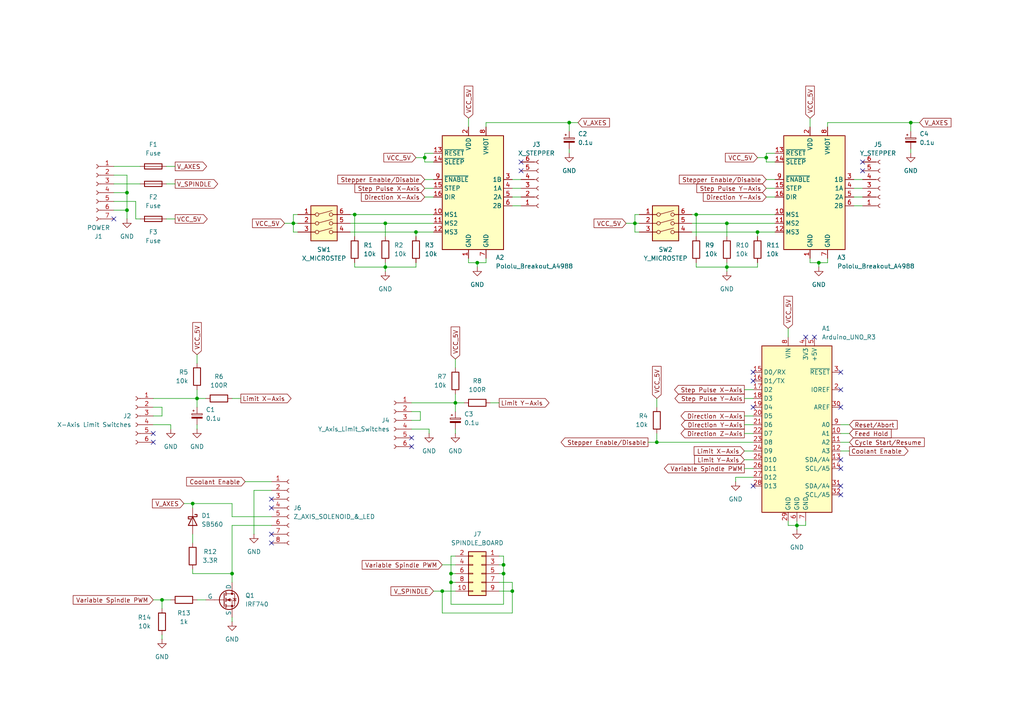
<source format=kicad_sch>
(kicad_sch (version 20250114) (generator "eeschema") (generator_version "9.0")
  (paper "A4")
  (title_block (title "LPKF ProtoMat 42S GRBL Controller Board") (rev "1") (company "Nicolas Jimenez Perez"))
  (lib_symbols
    (symbol "Connector:Conn_01x06_Socket" (pin_names (offset 1.016) (hide yes))
      (property "Reference" "J" (at 0 7.62 0))
      (property "Value" "Conn_01x06_Socket" (at 0 -10.16 0))
      (symbol "Conn_01x06_Socket_1_1"
        (polyline (pts (xy -1.27 5.08) (xy -0.508 5.08)) (stroke (width 0.1524)))
        (polyline (pts (xy -1.27 2.54) (xy -0.508 2.54)) (stroke (width 0.1524)))
        (polyline (pts (xy -1.27 0) (xy -0.508 0)) (stroke (width 0.1524)))
        (polyline (pts (xy -1.27 -2.54) (xy -0.508 -2.54)) (stroke (width 0.1524)))
        (polyline (pts (xy -1.27 -5.08) (xy -0.508 -5.08)) (stroke (width 0.1524)))
        (polyline (pts (xy -1.27 -7.62) (xy -0.508 -7.62)) (stroke (width 0.1524)))
        (arc (start 0 4.572) (mid -0.5058 5.08) (end 0 5.588) (stroke (width 0.1524)))
        (arc (start 0 2.032) (mid -0.5058 2.54) (end 0 3.048) (stroke (width 0.1524)))
        (arc (start 0 -0.508) (mid -0.5058 0) (end 0 0.508) (stroke (width 0.1524)))
        (arc (start 0 -3.048) (mid -0.5058 -2.54) (end 0 -2.032) (stroke (width 0.1524)))
        (arc (start 0 -5.588) (mid -0.5058 -5.08) (end 0 -4.572) (stroke (width 0.1524)))
        (arc (start 0 -8.128) (mid -0.5058 -7.62) (end 0 -7.112) (stroke (width 0.1524)))
        (pin passive line (at -5.08 5.08 0) (length 3.81) (name "Pin_1") (number "1"))
        (pin passive line (at -5.08 2.54 0) (length 3.81) (name "Pin_2") (number "2"))
        (pin passive line (at -5.08 0 0) (length 3.81) (name "Pin_3") (number "3"))
        (pin passive line (at -5.08 -2.54 0) (length 3.81) (name "Pin_4") (number "4"))
        (pin passive line (at -5.08 -5.08 0) (length 3.81) (name "Pin_5") (number "5"))
        (pin passive line (at -5.08 -7.62 0) (length 3.81) (name "Pin_6") (number "6"))
      )
    )
    (symbol "Connector:Conn_01x07_Socket" (pin_names (offset 1.016) (hide yes))
      (property "Reference" "J" (at 0 10.16 0))
      (property "Value" "Conn_01x07_Socket" (at 0 -10.16 0))
      (symbol "Conn_01x07_Socket_1_1"
        (polyline (pts (xy -1.27 7.62) (xy -0.508 7.62)) (stroke (width 0.1524)))
        (polyline (pts (xy -1.27 5.08) (xy -0.508 5.08)) (stroke (width 0.1524)))
        (polyline (pts (xy -1.27 2.54) (xy -0.508 2.54)) (stroke (width 0.1524)))
        (polyline (pts (xy -1.27 0) (xy -0.508 0)) (stroke (width 0.1524)))
        (polyline (pts (xy -1.27 -2.54) (xy -0.508 -2.54)) (stroke (width 0.1524)))
        (polyline (pts (xy -1.27 -5.08) (xy -0.508 -5.08)) (stroke (width 0.1524)))
        (polyline (pts (xy -1.27 -7.62) (xy -0.508 -7.62)) (stroke (width 0.1524)))
        (arc (start 0 7.112) (mid -0.5058 7.62) (end 0 8.128) (stroke (width 0.1524)))
        (arc (start 0 4.572) (mid -0.5058 5.08) (end 0 5.588) (stroke (width 0.1524)))
        (arc (start 0 2.032) (mid -0.5058 2.54) (end 0 3.048) (stroke (width 0.1524)))
        (arc (start 0 -0.508) (mid -0.5058 0) (end 0 0.508) (stroke (width 0.1524)))
        (arc (start 0 -3.048) (mid -0.5058 -2.54) (end 0 -2.032) (stroke (width 0.1524)))
        (arc (start 0 -5.588) (mid -0.5058 -5.08) (end 0 -4.572) (stroke (width 0.1524)))
        (arc (start 0 -8.128) (mid -0.5058 -7.62) (end 0 -7.112) (stroke (width 0.1524)))
        (pin passive line (at -5.08 7.62 0) (length 3.81) (name "Pin_1") (number "1"))
        (pin passive line (at -5.08 5.08 0) (length 3.81) (name "Pin_2") (number "2"))
        (pin passive line (at -5.08 2.54 0) (length 3.81) (name "Pin_3") (number "3"))
        (pin passive line (at -5.08 0 0) (length 3.81) (name "Pin_4") (number "4"))
        (pin passive line (at -5.08 -2.54 0) (length 3.81) (name "Pin_5") (number "5"))
        (pin passive line (at -5.08 -5.08 0) (length 3.81) (name "Pin_6") (number "6"))
        (pin passive line (at -5.08 -7.62 0) (length 3.81) (name "Pin_7") (number "7"))
      )
    )
    (symbol "Connector:Conn_01x08_Socket" (pin_names (offset 1.016) (hide yes))
      (property "Reference" "J" (at 0 10.16 0))
      (property "Value" "Conn_01x08_Socket" (at 0 -12.7 0))
      (symbol "Conn_01x08_Socket_1_1"
        (polyline (pts (xy -1.27 7.62) (xy -0.508 7.62)) (stroke (width 0.1524)))
        (polyline (pts (xy -1.27 5.08) (xy -0.508 5.08)) (stroke (width 0.1524)))
        (polyline (pts (xy -1.27 2.54) (xy -0.508 2.54)) (stroke (width 0.1524)))
        (polyline (pts (xy -1.27 0) (xy -0.508 0)) (stroke (width 0.1524)))
        (polyline (pts (xy -1.27 -2.54) (xy -0.508 -2.54)) (stroke (width 0.1524)))
        (polyline (pts (xy -1.27 -5.08) (xy -0.508 -5.08)) (stroke (width 0.1524)))
        (polyline (pts (xy -1.27 -7.62) (xy -0.508 -7.62)) (stroke (width 0.1524)))
        (polyline (pts (xy -1.27 -10.16) (xy -0.508 -10.16)) (stroke (width 0.1524)))
        (arc (start 0 7.112) (mid -0.5058 7.62) (end 0 8.128) (stroke (width 0.1524)))
        (arc (start 0 4.572) (mid -0.5058 5.08) (end 0 5.588) (stroke (width 0.1524)))
        (arc (start 0 2.032) (mid -0.5058 2.54) (end 0 3.048) (stroke (width 0.1524)))
        (arc (start 0 -0.508) (mid -0.5058 0) (end 0 0.508) (stroke (width 0.1524)))
        (arc (start 0 -3.048) (mid -0.5058 -2.54) (end 0 -2.032) (stroke (width 0.1524)))
        (arc (start 0 -5.588) (mid -0.5058 -5.08) (end 0 -4.572) (stroke (width 0.1524)))
        (arc (start 0 -8.128) (mid -0.5058 -7.62) (end 0 -7.112) (stroke (width 0.1524)))
        (arc (start 0 -10.668) (mid -0.5058 -10.16) (end 0 -9.652) (stroke (width 0.1524)))
        (pin passive line (at -5.08 7.62 0) (length 3.81) (name "Pin_1") (number "1"))
        (pin passive line (at -5.08 5.08 0) (length 3.81) (name "Pin_2") (number "2"))
        (pin passive line (at -5.08 2.54 0) (length 3.81) (name "Pin_3") (number "3"))
        (pin passive line (at -5.08 0 0) (length 3.81) (name "Pin_4") (number "4"))
        (pin passive line (at -5.08 -2.54 0) (length 3.81) (name "Pin_5") (number "5"))
        (pin passive line (at -5.08 -5.08 0) (length 3.81) (name "Pin_6") (number "6"))
        (pin passive line (at -5.08 -7.62 0) (length 3.81) (name "Pin_7") (number "7"))
        (pin passive line (at -5.08 -10.16 0) (length 3.81) (name "Pin_8") (number "8"))
      )
    )
    (symbol "Connector_Generic:Conn_02x05_Odd_Even" (pin_names (offset 1.016) (hide yes))
      (property "Reference" "J" (at 1.27 7.62 0))
      (property "Value" "Conn_02x05_Odd_Even" (at 1.27 -7.62 0))
      (symbol "Conn_02x05_Odd_Even_1_1"
        (rectangle (start -1.27 6.35) (end 3.81 -6.35) (stroke (width 0.254)) (fill (type background)))
        (rectangle (start -1.27 5.207) (end 0 4.953) (stroke (width 0.1524)))
        (rectangle (start -1.27 2.667) (end 0 2.413) (stroke (width 0.1524)))
        (rectangle (start -1.27 0.127) (end 0 -0.127) (stroke (width 0.1524)))
        (rectangle (start -1.27 -2.413) (end 0 -2.667) (stroke (width 0.1524)))
        (rectangle (start -1.27 -4.953) (end 0 -5.207) (stroke (width 0.1524)))
        (rectangle (start 3.81 5.207) (end 2.54 4.953) (stroke (width 0.1524)))
        (rectangle (start 3.81 2.667) (end 2.54 2.413) (stroke (width 0.1524)))
        (rectangle (start 3.81 0.127) (end 2.54 -0.127) (stroke (width 0.1524)))
        (rectangle (start 3.81 -2.413) (end 2.54 -2.667) (stroke (width 0.1524)))
        (rectangle (start 3.81 -4.953) (end 2.54 -5.207) (stroke (width 0.1524)))
        (pin passive line (at -5.08 5.08 0) (length 3.81) (name "Pin_1") (number "1"))
        (pin passive line (at -5.08 2.54 0) (length 3.81) (name "Pin_3") (number "3"))
        (pin passive line (at -5.08 0 0) (length 3.81) (name "Pin_5") (number "5"))
        (pin passive line (at -5.08 -2.54 0) (length 3.81) (name "Pin_7") (number "7"))
        (pin passive line (at -5.08 -5.08 0) (length 3.81) (name "Pin_9") (number "9"))
        (pin passive line (at 7.62 5.08 180) (length 3.81) (name "Pin_2") (number "2"))
        (pin passive line (at 7.62 2.54 180) (length 3.81) (name "Pin_4") (number "4"))
        (pin passive line (at 7.62 0 180) (length 3.81) (name "Pin_6") (number "6"))
        (pin passive line (at 7.62 -2.54 180) (length 3.81) (name "Pin_8") (number "8"))
        (pin passive line (at 7.62 -5.08 180) (length 3.81) (name "Pin_10") (number "10"))
      )
    )
    (symbol "Device:C_Polarized_Small" (pin_numbers (hide yes)) (pin_names (offset 0.254) (hide yes))
      (property "Reference" "C" (at 0.254 1.778 0))
      (property "Value" "C_Polarized_Small" (at 0.254 -2.032 0))
      (symbol "C_Polarized_Small_0_1"
        (rectangle (start -1.524 0.6858) (end 1.524 0.3048))
        (rectangle (start -1.524 -0.3048) (end 1.524 -0.6858) (fill (type outline)))
        (polyline (pts (xy -1.27 1.524) (xy -0.762 1.524)))
        (polyline (pts (xy -1.016 1.27) (xy -1.016 1.778)))
      )
      (symbol "C_Polarized_Small_1_1"
        (pin passive line (at 0 2.54 270) (length 1.8542) (name "~") (number "1"))
        (pin passive line (at 0 -2.54 90) (length 1.8542) (name "~") (number "2"))
      )
    )
    (symbol "Device:D_Schottky" (pin_numbers (hide yes)) (pin_names (offset 1.016) (hide yes))
      (property "Reference" "D" (at 0 2.54 0))
      (property "Value" "D_Schottky" (at 0 -2.54 0))
      (symbol "D_Schottky_0_1"
        (polyline (pts (xy -1.905 0.635) (xy -1.905 1.27) (xy -1.27 1.27) (xy -1.27 -1.27) (xy -0.635 -1.27) (xy -0.635 -0.635)) (stroke (width 0.254)))
        (polyline (pts (xy 1.27 1.27) (xy 1.27 -1.27) (xy -1.27 0) (xy 1.27 1.27)) (stroke (width 0.254)))
        (polyline (pts (xy 1.27 0) (xy -1.27 0)))
      )
      (symbol "D_Schottky_1_1"
        (pin passive line (at -3.81 0 0) (length 2.54) (name "K") (number "1"))
        (pin passive line (at 3.81 0 180) (length 2.54) (name "A") (number "2"))
      )
    )
    (symbol "Device:Fuse" (pin_numbers (hide yes)) (pin_names (offset 0))
      (property "Reference" "F" (at 2.032 0 90))
      (property "Value" "Fuse" (at -1.905 0 90))
      (symbol "Fuse_0_1"
        (rectangle (start -0.762 -2.54) (end 0.762 2.54) (stroke (width 0.254)))
        (polyline (pts (xy 0 2.54) (xy 0 -2.54)))
      )
      (symbol "Fuse_1_1"
        (pin passive line (at 0 3.81 270) (length 1.27) (name "~") (number "1"))
        (pin passive line (at 0 -3.81 90) (length 1.27) (name "~") (number "2"))
      )
    )
    (symbol "Device:R" (pin_numbers (hide yes)) (pin_names (offset 0))
      (property "Reference" "R" (at 2.032 0 90))
      (property "Value" "R" (at 0 0 90))
      (symbol "R_0_1"
        (rectangle (start -1.016 -2.54) (end 1.016 2.54) (stroke (width 0.254)))
      )
      (symbol "R_1_1"
        (pin passive line (at 0 3.81 270) (length 1.27) (name "~") (number "1"))
        (pin passive line (at 0 -3.81 90) (length 1.27) (name "~") (number "2"))
      )
    )
    (symbol "Driver_Motor:Pololu_Breakout_A4988"
      (property "Reference" "A" (at -2.54 19.05 0))
      (property "Value" "Pololu_Breakout_A4988" (at -2.54 16.51 0))
      (symbol "Pololu_Breakout_A4988_0_1"
        (rectangle (start 10.16 -17.78) (end -7.62 15.24) (stroke (width 0.254)) (fill (type background)))
      )
      (symbol "Pololu_Breakout_A4988_1_1"
        (pin input line (at -10.16 10.16 0) (length 2.54) (name "~{RESET}") (number "13"))
        (pin input line (at -10.16 7.62 0) (length 2.54) (name "~{SLEEP}") (number "14"))
        (pin input line (at -10.16 2.54 0) (length 2.54) (name "~{ENABLE}") (number "9"))
        (pin input line (at -10.16 0 0) (length 2.54) (name "STEP") (number "15"))
        (pin input line (at -10.16 -2.54 0) (length 2.54) (name "DIR") (number "16"))
        (pin input line (at -10.16 -7.62 0) (length 2.54) (name "MS1") (number "10"))
        (pin input line (at -10.16 -10.16 0) (length 2.54) (name "MS2") (number "11"))
        (pin input line (at -10.16 -12.7 0) (length 2.54) (name "MS3") (number "12"))
        (pin power_in line (at 0 17.78 270) (length 2.54) (name "VDD") (number "2"))
        (pin power_in line (at 0 -20.32 90) (length 2.54) (name "GND") (number "1"))
        (pin power_in line (at 5.08 17.78 270) (length 2.54) (name "VMOT") (number "8"))
        (pin power_in line (at 5.08 -20.32 90) (length 2.54) (name "GND") (number "7"))
        (pin output line (at 12.7 2.54 180) (length 2.54) (name "1B") (number "3"))
        (pin output line (at 12.7 0 180) (length 2.54) (name "1A") (number "4"))
        (pin output line (at 12.7 -2.54 180) (length 2.54) (name "2A") (number "5"))
        (pin output line (at 12.7 -5.08 180) (length 2.54) (name "2B") (number "6"))
      )
    )
    (symbol "MCU_Module:Arduino_UNO_R3"
      (property "Reference" "A" (at -10.16 23.495 0))
      (property "Value" "Arduino_UNO_R3" (at 5.08 -26.67 0))
      (symbol "Arduino_UNO_R3_0_1"
        (rectangle (start -10.16 22.86) (end 10.16 -25.4) (stroke (width 0.254)) (fill (type background)))
      )
      (symbol "Arduino_UNO_R3_1_1"
        (pin bidirectional line (at -12.7 15.24 0) (length 2.54) (name "D0/RX") (number "15"))
        (pin bidirectional line (at -12.7 12.7 0) (length 2.54) (name "D1/TX") (number "16"))
        (pin bidirectional line (at -12.7 10.16 0) (length 2.54) (name "D2") (number "17"))
        (pin bidirectional line (at -12.7 7.62 0) (length 2.54) (name "D3") (number "18"))
        (pin bidirectional line (at -12.7 5.08 0) (length 2.54) (name "D4") (number "19"))
        (pin bidirectional line (at -12.7 2.54 0) (length 2.54) (name "D5") (number "20"))
        (pin bidirectional line (at -12.7 0 0) (length 2.54) (name "D6") (number "21"))
        (pin bidirectional line (at -12.7 -2.54 0) (length 2.54) (name "D7") (number "22"))
        (pin bidirectional line (at -12.7 -5.08 0) (length 2.54) (name "D8") (number "23"))
        (pin bidirectional line (at -12.7 -7.62 0) (length 2.54) (name "D9") (number "24"))
        (pin bidirectional line (at -12.7 -10.16 0) (length 2.54) (name "D10") (number "25"))
        (pin bidirectional line (at -12.7 -12.7 0) (length 2.54) (name "D11") (number "26"))
        (pin bidirectional line (at -12.7 -15.24 0) (length 2.54) (name "D12") (number "27"))
        (pin bidirectional line (at -12.7 -17.78 0) (length 2.54) (name "D13") (number "28"))
        (pin no_connect line (at -10.16 -20.32 0) (length 2.54) (hide yes) (name "NC") (number "1"))
        (pin power_in line (at -2.54 25.4 270) (length 2.54) (name "VIN") (number "8"))
        (pin power_in line (at -2.54 -27.94 90) (length 2.54) (name "GND") (number "29"))
        (pin power_in line (at 0 -27.94 90) (length 2.54) (name "GND") (number "6"))
        (pin power_out line (at 2.54 25.4 270) (length 2.54) (name "3V3") (number "4"))
        (pin power_in line (at 2.54 -27.94 90) (length 2.54) (name "GND") (number "7"))
        (pin power_out line (at 5.08 25.4 270) (length 2.54) (name "+5V") (number "5"))
        (pin input line (at 12.7 15.24 180) (length 2.54) (name "~{RESET}") (number "3"))
        (pin output line (at 12.7 10.16 180) (length 2.54) (name "IOREF") (number "2"))
        (pin input line (at 12.7 5.08 180) (length 2.54) (name "AREF") (number "30"))
        (pin bidirectional line (at 12.7 0 180) (length 2.54) (name "A0") (number "9"))
        (pin bidirectional line (at 12.7 -2.54 180) (length 2.54) (name "A1") (number "10"))
        (pin bidirectional line (at 12.7 -5.08 180) (length 2.54) (name "A2") (number "11"))
        (pin bidirectional line (at 12.7 -7.62 180) (length 2.54) (name "A3") (number "12"))
        (pin bidirectional line (at 12.7 -10.16 180) (length 2.54) (name "SDA/A4") (number "13"))
        (pin bidirectional line (at 12.7 -12.7 180) (length 2.54) (name "SCL/A5") (number "14"))
        (pin bidirectional line (at 12.7 -17.78 180) (length 2.54) (name "SDA/A4") (number "31"))
        (pin bidirectional line (at 12.7 -20.32 180) (length 2.54) (name "SCL/A5") (number "32"))
      )
    )
    (symbol "Simulation_SPICE:NMOS" (pin_numbers (hide yes)) (pin_names (offset 0))
      (property "Reference" "Q" (at 5.08 1.27 0))
      (property "Value" "NMOS" (at 5.08 -1.27 0))
      (symbol "NMOS_0_1"
        (polyline (pts (xy 0.254 1.905) (xy 0.254 -1.905)) (stroke (width 0.254)))
        (polyline (pts (xy 0.254 0) (xy -2.54 0)))
        (polyline (pts (xy 0.762 2.286) (xy 0.762 1.27)) (stroke (width 0.254)))
        (polyline (pts (xy 0.762 0.508) (xy 0.762 -0.508)) (stroke (width 0.254)))
        (polyline (pts (xy 0.762 -1.27) (xy 0.762 -2.286)) (stroke (width 0.254)))
        (polyline (pts (xy 0.762 -1.778) (xy 3.302 -1.778) (xy 3.302 1.778) (xy 0.762 1.778)))
        (polyline (pts (xy 1.016 0) (xy 2.032 0.381) (xy 2.032 -0.381) (xy 1.016 0)) (fill (type outline)))
        (circle (center 1.651 0) (radius 2.794) (stroke (width 0.254)))
        (polyline (pts (xy 2.54 2.54) (xy 2.54 1.778)))
        (circle (center 2.54 1.778) (radius 0.254) (fill (type outline)))
        (circle (center 2.54 -1.778) (radius 0.254) (fill (type outline)))
        (polyline (pts (xy 2.54 -2.54) (xy 2.54 0) (xy 0.762 0)))
        (polyline (pts (xy 2.794 0.508) (xy 2.921 0.381) (xy 3.683 0.381) (xy 3.81 0.254)))
        (polyline (pts (xy 3.302 0.381) (xy 2.921 -0.254) (xy 3.683 -0.254) (xy 3.302 0.381)))
      )
      (symbol "NMOS_1_1"
        (pin input line (at -5.08 0 0) (length 2.54) (name "G") (number "2"))
        (pin passive line (at 2.54 5.08 270) (length 2.54) (name "D") (number "1"))
        (pin passive line (at 2.54 -5.08 90) (length 2.54) (name "S") (number "3"))
      )
    )
    (symbol "Switch:SW_DIP_x03" (pin_names (offset 0) (hide yes))
      (property "Reference" "SW" (at 0 6.35 0))
      (property "Value" "SW_DIP_x03" (at 0 -6.35 0))
      (symbol "SW_DIP_x03_0_0"
        (circle (center -2.032 2.54) (radius 0.508))
        (circle (center -2.032 0) (radius 0.508))
        (circle (center -2.032 -2.54) (radius 0.508))
        (polyline (pts (xy -1.524 2.667) (xy 2.3622 3.7084)))
        (polyline (pts (xy -1.524 0.127) (xy 2.3622 1.1684)))
        (polyline (pts (xy -1.524 -2.413) (xy 2.3622 -1.3716)))
        (circle (center 2.032 2.54) (radius 0.508))
        (circle (center 2.032 0) (radius 0.508))
        (circle (center 2.032 -2.54) (radius 0.508))
      )
      (symbol "SW_DIP_x03_0_1"
        (rectangle (start -3.81 5.08) (end 3.81 -5.08) (stroke (width 0.254)) (fill (type background)))
      )
      (symbol "SW_DIP_x03_1_1"
        (pin passive line (at -7.62 2.54 0) (length 5.08) (name "~") (number "1"))
        (pin passive line (at -7.62 0 0) (length 5.08) (name "~") (number "2"))
        (pin passive line (at -7.62 -2.54 0) (length 5.08) (name "~") (number "3"))
        (pin passive line (at 7.62 2.54 180) (length 5.08) (name "~") (number "6"))
        (pin passive line (at 7.62 0 180) (length 5.08) (name "~") (number "5"))
        (pin passive line (at 7.62 -2.54 180) (length 5.08) (name "~") (number "4"))
      )
    )
    (symbol "power:GND" (power) (pin_numbers (hide yes)) (pin_names (offset 0) (hide yes))
      (property "Value" "GND" (at 0 -3.81 0))
      (symbol "GND_0_1"
        (polyline (pts (xy 0 0) (xy 0 -1.27) (xy 1.27 -1.27) (xy 0 -2.54) (xy -1.27 -1.27) (xy 0 -1.27)))
      )
      (symbol "GND_1_1"
        (pin power_in line (at 0 0 270) (length 0) (name "~") (number "1"))
      )
    )
  )
  (junction (at 67.31 166.37))
  (junction (at 36.83 55.88))
  (junction (at 210.82 77.47))
  (junction (at 219.71 67.31))
  (junction (at 264.16 35.56))
  (junction (at 55.88 146.05))
  (junction (at 85.09 64.77))
  (junction (at 36.83 60.96))
  (junction (at 231.14 152.4))
  (junction (at 46.99 173.99))
  (junction (at 165.1 35.56))
  (junction (at 123.19 45.72))
  (junction (at 120.65 67.31))
  (junction (at 111.76 64.77))
  (junction (at 184.15 64.77))
  (junction (at 237.49 76.2))
  (junction (at 102.87 62.23))
  (junction (at 146.05 163.83))
  (junction (at 57.15 115.57))
  (junction (at 222.25 45.72))
  (junction (at 146.05 166.37))
  (junction (at 190.5 128.27))
  (junction (at 201.93 62.23))
  (junction (at 138.43 76.2))
  (junction (at 130.81 168.91))
  (junction (at 111.76 77.47))
  (junction (at 132.08 116.84))
  (junction (at 128.27 171.45))
  (junction (at 130.81 166.37))
  (junction (at 148.59 171.45))
  (junction (at 210.82 64.77))
  (no_connect (at 243.84 135.89))
  (no_connect (at 78.74 154.94))
  (no_connect (at 243.84 143.51))
  (no_connect (at 78.74 144.78))
  (no_connect (at 243.84 140.97))
  (no_connect (at 33.02 63.5))
  (no_connect (at 243.84 118.11))
  (no_connect (at 218.44 118.11))
  (no_connect (at 243.84 113.03))
  (no_connect (at 44.45 125.73))
  (no_connect (at 218.44 110.49))
  (no_connect (at 78.74 147.32))
  (no_connect (at 250.19 49.53))
  (no_connect (at 218.44 107.95))
  (no_connect (at 218.44 140.97))
  (no_connect (at 243.84 133.35))
  (no_connect (at 233.68 97.79))
  (no_connect (at 78.74 157.48))
  (no_connect (at 119.38 129.54))
  (no_connect (at 243.84 107.95))
  (no_connect (at 151.13 49.53))
  (no_connect (at 151.13 46.99))
  (no_connect (at 119.38 127))
  (no_connect (at 44.45 128.27))
  (no_connect (at 236.22 97.79))
  (no_connect (at 250.19 46.99))
  (wire (pts (xy 67.31 152.4) (xy 78.74 152.4)))
  (wire (pts (xy 59.69 115.57) (xy 57.15 115.57)))
  (wire (pts (xy 165.1 43.18) (xy 165.1 44.45)))
  (wire (pts (xy 144.78 163.83) (xy 146.05 163.83)))
  (wire (pts (xy 240.03 74.93) (xy 240.03 76.2)))
  (wire (pts (xy 215.9 125.73) (xy 218.44 125.73)))
  (wire (pts (xy 123.19 52.07) (xy 125.73 52.07)))
  (wire (pts (xy 55.88 154.94) (xy 55.88 157.48)))
  (wire (pts (xy 123.19 57.15) (xy 125.73 57.15)))
  (wire (pts (xy 128.27 171.45) (xy 128.27 177.8)))
  (wire (pts (xy 140.97 35.56) (xy 140.97 36.83)))
  (wire (pts (xy 190.5 115.57) (xy 190.5 118.11)))
  (wire (pts (xy 128.27 171.45) (xy 132.08 171.45)))
  (wire (pts (xy 73.66 142.24) (xy 73.66 154.94)))
  (wire (pts (xy 125.73 171.45) (xy 128.27 171.45)))
  (wire (pts (xy 215.9 113.03) (xy 218.44 113.03)))
  (wire (pts (xy 44.45 118.11) (xy 46.99 118.11)))
  (wire (pts (xy 222.25 45.72) (xy 219.71 45.72)))
  (wire (pts (xy 165.1 35.56) (xy 165.1 38.1)))
  (wire (pts (xy 185.42 62.23) (xy 184.15 62.23)))
  (wire (pts (xy 85.09 64.77) (xy 86.36 64.77)))
  (wire (pts (xy 36.83 55.88) (xy 36.83 60.96)))
  (wire (pts (xy 228.6 152.4) (xy 228.6 151.13)))
  (wire (pts (xy 231.14 152.4) (xy 231.14 153.67)))
  (wire (pts (xy 123.19 45.72) (xy 123.19 44.45)))
  (wire (pts (xy 36.83 60.96) (xy 36.83 63.5)))
  (wire (pts (xy 85.09 67.31) (xy 86.36 67.31)))
  (wire (pts (xy 119.38 124.46) (xy 124.46 124.46)))
  (wire (pts (xy 228.6 95.25) (xy 228.6 97.79)))
  (wire (pts (xy 69.85 115.57) (xy 67.31 115.57)))
  (wire (pts (xy 224.79 46.99) (xy 222.25 46.99)))
  (wire (pts (xy 184.15 64.77) (xy 184.15 67.31)))
  (wire (pts (xy 132.08 114.3) (xy 132.08 116.84)))
  (wire (pts (xy 201.93 76.2) (xy 201.93 77.47)))
  (wire (pts (xy 233.68 151.13) (xy 233.68 152.4)))
  (wire (pts (xy 67.31 146.05) (xy 67.31 149.86)))
  (wire (pts (xy 243.84 130.81) (xy 246.38 130.81)))
  (wire (pts (xy 44.45 123.19) (xy 49.53 123.19)))
  (wire (pts (xy 48.26 63.5) (xy 50.8 63.5)))
  (wire (pts (xy 132.08 124.46) (xy 132.08 125.73)))
  (wire (pts (xy 125.73 46.99) (xy 123.19 46.99)))
  (wire (pts (xy 101.6 64.77) (xy 111.76 64.77)))
  (wire (pts (xy 39.37 63.5) (xy 40.64 63.5)))
  (wire (pts (xy 140.97 74.93) (xy 140.97 76.2)))
  (wire (pts (xy 48.26 53.34) (xy 50.8 53.34)))
  (wire (pts (xy 134.62 116.84) (xy 132.08 116.84)))
  (wire (pts (xy 184.15 67.31) (xy 185.42 67.31)))
  (wire (pts (xy 144.78 166.37) (xy 146.05 166.37)))
  (wire (pts (xy 138.43 77.47) (xy 138.43 76.2)))
  (wire (pts (xy 243.84 125.73) (xy 246.38 125.73)))
  (wire (pts (xy 101.6 62.23) (xy 102.87 62.23)))
  (wire (pts (xy 200.66 64.77) (xy 210.82 64.77)))
  (wire (pts (xy 111.76 76.2) (xy 111.76 77.47)))
  (wire (pts (xy 222.25 44.45) (xy 224.79 44.45)))
  (wire (pts (xy 111.76 78.74) (xy 111.76 77.47)))
  (wire (pts (xy 250.19 59.69) (xy 247.65 59.69)))
  (wire (pts (xy 119.38 119.38) (xy 121.92 119.38)))
  (wire (pts (xy 46.99 173.99) (xy 46.99 176.53)))
  (wire (pts (xy 190.5 125.73) (xy 190.5 128.27)))
  (wire (pts (xy 57.15 105.41) (xy 57.15 102.87)))
  (wire (pts (xy 124.46 125.73) (xy 124.46 124.46)))
  (wire (pts (xy 123.19 54.61) (xy 125.73 54.61)))
  (wire (pts (xy 237.49 76.2) (xy 234.95 76.2)))
  (wire (pts (xy 86.36 62.23) (xy 85.09 62.23)))
  (wire (pts (xy 151.13 57.15) (xy 148.59 57.15)))
  (wire (pts (xy 44.45 120.65) (xy 46.99 120.65)))
  (wire (pts (xy 39.37 58.42) (xy 33.02 58.42)))
  (wire (pts (xy 123.19 44.45) (xy 125.73 44.45)))
  (wire (pts (xy 215.9 123.19) (xy 218.44 123.19)))
  (wire (pts (xy 119.38 116.84) (xy 132.08 116.84)))
  (wire (pts (xy 55.88 146.05) (xy 67.31 146.05)))
  (wire (pts (xy 33.02 60.96) (xy 36.83 60.96)))
  (wire (pts (xy 130.81 166.37) (xy 130.81 161.29)))
  (wire (pts (xy 165.1 35.56) (xy 140.97 35.56)))
  (wire (pts (xy 264.16 35.56) (xy 240.03 35.56)))
  (wire (pts (xy 231.14 151.13) (xy 231.14 152.4)))
  (wire (pts (xy 36.83 50.8) (xy 33.02 50.8)))
  (wire (pts (xy 148.59 171.45) (xy 148.59 177.8)))
  (wire (pts (xy 215.9 130.81) (xy 218.44 130.81)))
  (wire (pts (xy 130.81 161.29) (xy 132.08 161.29)))
  (wire (pts (xy 119.38 121.92) (xy 121.92 121.92)))
  (wire (pts (xy 151.13 54.61) (xy 148.59 54.61)))
  (wire (pts (xy 57.15 123.19) (xy 57.15 124.46)))
  (wire (pts (xy 215.9 135.89) (xy 218.44 135.89)))
  (wire (pts (xy 44.45 173.99) (xy 46.99 173.99)))
  (wire (pts (xy 222.25 52.07) (xy 224.79 52.07)))
  (wire (pts (xy 123.19 46.99) (xy 123.19 45.72)))
  (wire (pts (xy 184.15 64.77) (xy 185.42 64.77)))
  (wire (pts (xy 102.87 76.2) (xy 102.87 77.47)))
  (wire (pts (xy 201.93 62.23) (xy 224.79 62.23)))
  (wire (pts (xy 215.9 115.57) (xy 218.44 115.57)))
  (wire (pts (xy 102.87 62.23) (xy 125.73 62.23)))
  (wire (pts (xy 130.81 168.91) (xy 132.08 168.91)))
  (wire (pts (xy 237.49 76.2) (xy 240.03 76.2)))
  (wire (pts (xy 201.93 62.23) (xy 201.93 68.58)))
  (wire (pts (xy 184.15 64.77) (xy 184.15 62.23)))
  (wire (pts (xy 57.15 113.03) (xy 57.15 115.57)))
  (wire (pts (xy 135.89 74.93) (xy 135.89 76.2)))
  (wire (pts (xy 138.43 76.2) (xy 140.97 76.2)))
  (wire (pts (xy 181.61 64.77) (xy 184.15 64.77)))
  (wire (pts (xy 120.65 67.31) (xy 125.73 67.31)))
  (wire (pts (xy 46.99 118.11) (xy 46.99 120.65)))
  (wire (pts (xy 210.82 64.77) (xy 210.82 68.58)))
  (wire (pts (xy 55.88 166.37) (xy 55.88 165.1)))
  (wire (pts (xy 85.09 64.77) (xy 85.09 62.23)))
  (wire (pts (xy 144.78 116.84) (xy 142.24 116.84)))
  (wire (pts (xy 135.89 34.29) (xy 135.89 36.83)))
  (wire (pts (xy 33.02 55.88) (xy 36.83 55.88)))
  (wire (pts (xy 102.87 62.23) (xy 102.87 68.58)))
  (wire (pts (xy 146.05 166.37) (xy 146.05 175.26)))
  (wire (pts (xy 57.15 173.99) (xy 59.69 173.99)))
  (wire (pts (xy 130.81 175.26) (xy 146.05 175.26)))
  (wire (pts (xy 120.65 67.31) (xy 120.65 68.58)))
  (wire (pts (xy 264.16 35.56) (xy 266.7 35.56)))
  (wire (pts (xy 215.9 120.65) (xy 218.44 120.65)))
  (wire (pts (xy 85.09 64.77) (xy 85.09 67.31)))
  (wire (pts (xy 250.19 52.07) (xy 247.65 52.07)))
  (wire (pts (xy 210.82 76.2) (xy 210.82 77.47)))
  (wire (pts (xy 132.08 116.84) (xy 132.08 119.38)))
  (wire (pts (xy 130.81 168.91) (xy 130.81 175.26)))
  (wire (pts (xy 49.53 173.99) (xy 46.99 173.99)))
  (wire (pts (xy 130.81 168.91) (xy 130.81 166.37)))
  (wire (pts (xy 264.16 43.18) (xy 264.16 44.45)))
  (wire (pts (xy 101.6 67.31) (xy 120.65 67.31)))
  (wire (pts (xy 121.92 119.38) (xy 121.92 121.92)))
  (wire (pts (xy 219.71 77.47) (xy 219.71 76.2)))
  (wire (pts (xy 190.5 128.27) (xy 218.44 128.27)))
  (wire (pts (xy 67.31 152.4) (xy 67.31 166.37)))
  (wire (pts (xy 151.13 59.69) (xy 148.59 59.69)))
  (wire (pts (xy 111.76 77.47) (xy 120.65 77.47)))
  (wire (pts (xy 234.95 34.29) (xy 234.95 36.83)))
  (wire (pts (xy 234.95 74.93) (xy 234.95 76.2)))
  (wire (pts (xy 33.02 53.34) (xy 40.64 53.34)))
  (wire (pts (xy 67.31 149.86) (xy 78.74 149.86)))
  (wire (pts (xy 222.25 45.72) (xy 222.25 44.45)))
  (wire (pts (xy 111.76 64.77) (xy 111.76 68.58)))
  (wire (pts (xy 55.88 146.05) (xy 55.88 147.32)))
  (wire (pts (xy 67.31 168.91) (xy 67.31 166.37)))
  (wire (pts (xy 237.49 77.47) (xy 237.49 76.2)))
  (wire (pts (xy 67.31 166.37) (xy 55.88 166.37)))
  (wire (pts (xy 132.08 106.68) (xy 132.08 104.14)))
  (wire (pts (xy 200.66 62.23) (xy 201.93 62.23)))
  (wire (pts (xy 146.05 163.83) (xy 146.05 166.37)))
  (wire (pts (xy 53.34 146.05) (xy 55.88 146.05)))
  (wire (pts (xy 39.37 63.5) (xy 39.37 58.42)))
  (wire (pts (xy 219.71 67.31) (xy 219.71 68.58)))
  (wire (pts (xy 148.59 171.45) (xy 148.59 168.91)))
  (wire (pts (xy 120.65 77.47) (xy 120.65 76.2)))
  (wire (pts (xy 146.05 163.83) (xy 146.05 161.29)))
  (wire (pts (xy 210.82 64.77) (xy 224.79 64.77)))
  (wire (pts (xy 210.82 77.47) (xy 219.71 77.47)))
  (wire (pts (xy 222.25 46.99) (xy 222.25 45.72)))
  (wire (pts (xy 187.96 128.27) (xy 190.5 128.27)))
  (wire (pts (xy 146.05 161.29) (xy 144.78 161.29)))
  (wire (pts (xy 57.15 115.57) (xy 57.15 118.11)))
  (wire (pts (xy 213.36 139.7) (xy 213.36 138.43)))
  (wire (pts (xy 201.93 77.47) (xy 210.82 77.47)))
  (wire (pts (xy 228.6 152.4) (xy 231.14 152.4)))
  (wire (pts (xy 243.84 123.19) (xy 246.38 123.19)))
  (wire (pts (xy 67.31 179.07) (xy 67.31 180.34)))
  (wire (pts (xy 250.19 57.15) (xy 247.65 57.15)))
  (wire (pts (xy 222.25 54.61) (xy 224.79 54.61)))
  (wire (pts (xy 213.36 138.43) (xy 218.44 138.43)))
  (wire (pts (xy 138.43 76.2) (xy 135.89 76.2)))
  (wire (pts (xy 128.27 163.83) (xy 132.08 163.83)))
  (wire (pts (xy 210.82 78.74) (xy 210.82 77.47)))
  (wire (pts (xy 71.12 139.7) (xy 78.74 139.7)))
  (wire (pts (xy 264.16 35.56) (xy 264.16 38.1)))
  (wire (pts (xy 200.66 67.31) (xy 219.71 67.31)))
  (wire (pts (xy 222.25 57.15) (xy 224.79 57.15)))
  (wire (pts (xy 73.66 142.24) (xy 78.74 142.24)))
  (wire (pts (xy 165.1 35.56) (xy 167.64 35.56)))
  (wire (pts (xy 144.78 168.91) (xy 148.59 168.91)))
  (wire (pts (xy 128.27 177.8) (xy 148.59 177.8)))
  (wire (pts (xy 44.45 115.57) (xy 57.15 115.57)))
  (wire (pts (xy 36.83 50.8) (xy 36.83 55.88)))
  (wire (pts (xy 130.81 166.37) (xy 132.08 166.37)))
  (wire (pts (xy 219.71 67.31) (xy 224.79 67.31)))
  (wire (pts (xy 151.13 52.07) (xy 148.59 52.07)))
  (wire (pts (xy 111.76 64.77) (xy 125.73 64.77)))
  (wire (pts (xy 233.68 152.4) (xy 231.14 152.4)))
  (wire (pts (xy 243.84 128.27) (xy 246.38 128.27)))
  (wire (pts (xy 82.55 64.77) (xy 85.09 64.77)))
  (wire (pts (xy 215.9 133.35) (xy 218.44 133.35)))
  (wire (pts (xy 46.99 185.42) (xy 46.99 184.15)))
  (wire (pts (xy 144.78 171.45) (xy 148.59 171.45)))
  (wire (pts (xy 48.26 48.26) (xy 50.8 48.26)))
  (wire (pts (xy 49.53 124.46) (xy 49.53 123.19)))
  (wire (pts (xy 33.02 48.26) (xy 40.64 48.26)))
  (wire (pts (xy 102.87 77.47) (xy 111.76 77.47)))
  (wire (pts (xy 250.19 54.61) (xy 247.65 54.61)))
  (wire (pts (xy 123.19 45.72) (xy 120.65 45.72)))
  (wire (pts (xy 240.03 35.56) (xy 240.03 36.83)))
  (global_label "V_AXES" (shape input) (at 266.7 35.56 0) (property "Intersheetrefs" "${INTERSHEET_REFS}" (effects (hide yes))))
  (global_label "Stepper Enable{slash}Disable" (shape input) (at 222.25 52.07 180) (property "Intersheetrefs" "${INTERSHEET_REFS}" (effects (hide yes))))
  (global_label "Feed Hold" (shape input) (at 246.38 125.73 0) (property "Intersheetrefs" "${INTERSHEET_REFS}" (effects (hide yes))))
  (global_label "Direction Y-Axis" (shape output) (at 215.9 123.19 180) (property "Intersheetrefs" "${INTERSHEET_REFS}" (effects (hide yes))))
  (global_label "Stepper Enable{slash}Disable" (shape input) (at 123.19 52.07 180) (property "Intersheetrefs" "${INTERSHEET_REFS}" (effects (hide yes))))
  (global_label "VCC_5V" (shape input) (at 190.5 115.57 90) (property "Intersheetrefs" "${INTERSHEET_REFS}" (effects (hide yes))))
  (global_label "Limit Y-Axis" (shape input) (at 215.9 133.35 180) (property "Intersheetrefs" "${INTERSHEET_REFS}" (effects (hide yes))))
  (global_label "VCC_5V" (shape input) (at 132.08 104.14 90) (property "Intersheetrefs" "${INTERSHEET_REFS}" (effects (hide yes))))
  (global_label "Direction X-Axis" (shape input) (at 123.19 57.15 180) (property "Intersheetrefs" "${INTERSHEET_REFS}" (effects (hide yes))))
  (global_label "Cycle Start{slash}Resume" (shape input) (at 246.38 128.27 0) (property "Intersheetrefs" "${INTERSHEET_REFS}" (effects (hide yes))))
  (global_label "Stepper Enable{slash}Disable" (shape output) (at 187.96 128.27 180) (property "Intersheetrefs" "${INTERSHEET_REFS}" (effects (hide yes))))
  (global_label "Variable Spindle PWM" (shape input) (at 128.27 163.83 180) (property "Intersheetrefs" "${INTERSHEET_REFS}" (effects (hide yes))))
  (global_label "VCC_5V" (shape input) (at 120.65 45.72 180) (property "Intersheetrefs" "${INTERSHEET_REFS}" (effects (hide yes))))
  (global_label "V_SPINDLE" (shape input) (at 125.73 171.45 180) (property "Intersheetrefs" "${INTERSHEET_REFS}" (effects (hide yes))))
  (global_label "Step Pulse Y-Axis" (shape input) (at 222.25 54.61 180) (property "Intersheetrefs" "${INTERSHEET_REFS}" (effects (hide yes))))
  (global_label "Coolant Enable" (shape input) (at 71.12 139.7 180) (property "Intersheetrefs" "${INTERSHEET_REFS}" (effects (hide yes))))
  (global_label "Reset{slash}Abort" (shape input) (at 246.38 123.19 0) (property "Intersheetrefs" "${INTERSHEET_REFS}" (effects (hide yes))))
  (global_label "V_AXES" (shape input) (at 167.64 35.56 0) (property "Intersheetrefs" "${INTERSHEET_REFS}" (effects (hide yes))))
  (global_label "Coolant Enable" (shape output) (at 246.38 130.81 0) (property "Intersheetrefs" "${INTERSHEET_REFS}" (effects (hide yes))))
  (global_label "Variable Spindle PWM" (shape output) (at 215.9 135.89 180) (property "Intersheetrefs" "${INTERSHEET_REFS}" (effects (hide yes))))
  (global_label "Limit Y-Axis" (shape output) (at 144.78 116.84 0) (property "Intersheetrefs" "${INTERSHEET_REFS}" (effects (hide yes))))
  (global_label "Step Pulse X-Axis" (shape input) (at 123.19 54.61 180) (property "Intersheetrefs" "${INTERSHEET_REFS}" (effects (hide yes))))
  (global_label "VCC_5V" (shape input) (at 234.95 34.29 90) (property "Intersheetrefs" "${INTERSHEET_REFS}" (effects (hide yes))))
  (global_label "Direction X-Axis" (shape output) (at 215.9 120.65 180) (property "Intersheetrefs" "${INTERSHEET_REFS}" (effects (hide yes))))
  (global_label "Step Pulse Y-Axis" (shape output) (at 215.9 115.57 180) (property "Intersheetrefs" "${INTERSHEET_REFS}" (effects (hide yes))))
  (global_label "VCC_5V" (shape input) (at 181.61 64.77 180) (property "Intersheetrefs" "${INTERSHEET_REFS}" (effects (hide yes))))
  (global_label "VCC_5V" (shape input) (at 228.6 95.25 90) (property "Intersheetrefs" "${INTERSHEET_REFS}" (effects (hide yes))))
  (global_label "Variable Spindle PWM" (shape input) (at 44.45 173.99 180) (property "Intersheetrefs" "${INTERSHEET_REFS}" (effects (hide yes))))
  (global_label "Limit X-Axis" (shape input) (at 215.9 130.81 180) (property "Intersheetrefs" "${INTERSHEET_REFS}" (effects (hide yes))))
  (global_label "VCC_5V" (shape input) (at 82.55 64.77 180) (property "Intersheetrefs" "${INTERSHEET_REFS}" (effects (hide yes))))
  (global_label "Direction Z-Axis" (shape output) (at 215.9 125.73 180) (property "Intersheetrefs" "${INTERSHEET_REFS}" (effects (hide yes))))
  (global_label "V_AXES" (shape input) (at 53.34 146.05 180) (property "Intersheetrefs" "${INTERSHEET_REFS}" (effects (hide yes))))
  (global_label "VCC_5V" (shape input) (at 135.89 34.29 90) (property "Intersheetrefs" "${INTERSHEET_REFS}" (effects (hide yes))))
  (global_label "VCC_5V" (shape input) (at 219.71 45.72 180) (property "Intersheetrefs" "${INTERSHEET_REFS}" (effects (hide yes))))
  (global_label "Limit X-Axis" (shape output) (at 69.85 115.57 0) (property "Intersheetrefs" "${INTERSHEET_REFS}" (effects (hide yes))))
  (global_label "Step Pulse X-Axis" (shape output) (at 215.9 113.03 180) (property "Intersheetrefs" "${INTERSHEET_REFS}" (effects (hide yes))))
  (global_label "VCC_5V" (shape input) (at 57.15 102.87 90) (property "Intersheetrefs" "${INTERSHEET_REFS}" (effects (hide yes))))
  (global_label "Direction Y-Axis" (shape input) (at 222.25 57.15 180) (property "Intersheetrefs" "${INTERSHEET_REFS}" (effects (hide yes))))
  (global_label "VCC_5V" (shape output) (at 50.8 63.5 0) (property "Intersheetrefs" "${INTERSHEET_REFS}" (effects (hide yes))))
  (global_label "V_AXES" (shape output) (at 50.8 48.26 0) (property "Intersheetrefs" "${INTERSHEET_REFS}" (effects (hide yes))))
  (global_label "V_SPINDLE" (shape output) (at 50.8 53.34 0) (property "Intersheetrefs" "${INTERSHEET_REFS}" (effects (hide yes))))
  (symbol (lib_id "Connector:Conn_01x06_Socket") (at 39.37 120.65 0) (mirror y) (unit 1)
    (property "Reference" "J2" (at 38.1 120.6499 0) (effects (justify left)))
    (property "Value" "X-Axis Limit Switches" (at 38.1 123.1899 0) (effects (justify left)))
    (property "Footprint" "PhoenixContact_MCV_0,5_6-G-2,5_THT:1881590" (effects (hide yes)))
    (property "Description" "Generic connector, single row, 01x06, script generated" (effects (hide yes)))
  )
  (symbol (lib_id "Connector:Conn_01x06_Socket") (at 114.3 121.92 0) (mirror y) (unit 1)
    (property "Reference" "J4" (at 113.03 121.9199 0) (effects (justify left)))
    (property "Value" "Y_Axis_Limit_Switches" (at 113.03 124.4599 0) (effects (justify left)))
    (property "Footprint" "PhoenixContact_MCV_0,5_6-G-2,5_THT:1881590" (effects (hide yes)))
    (property "Description" "Generic connector, single row, 01x06, script generated" (effects (hide yes)))
  )
  (symbol (lib_id "Device:C_Polarized_Small") (at 264.16 40.64 0) (unit 1)
    (property "Reference" "C4" (at 266.7 38.8238 0) (effects (justify left)))
    (property "Value" "0.1u" (at 266.7 41.3638 0) (effects (justify left)))
    (property "Footprint" "Capacitor_THT:C_Radial_D4.0mm_H7.0mm_P1.50mm" (effects (hide yes)))
    (property "Description" "Polarized capacitor, small symbol" (effects (hide yes)))
  )
  (symbol (lib_id "Driver_Motor:Pololu_Breakout_A4988") (at 135.89 54.61 0) (unit 1)
    (property "Reference" "A2" (at 143.764 74.676 0) (effects (justify left)))
    (property "Value" "Pololu_Breakout_A4988" (at 143.764 77.216 0) (effects (justify left)))
    (property "Footprint" "Module:Pololu_Breakout-16_15.2x20.3mm" (effects (hide yes)))
    (property "Datasheet" "https://www.pololu.com/product/2980/pictures" (effects (hide yes)))
    (property "Description" "Pololu Breakout Board, Stepper Driver A4988" (effects (hide yes)))
  )
  (symbol (lib_id "Device:R") (at 120.65 72.39 0) (unit 1)
    (property "Reference" "R3" (at 123.19 71.1199 0) (effects (justify left)))
    (property "Value" "10k" (at 123.19 73.6599 0) (effects (justify left)))
    (property "Footprint" "Resistor_THT:R_Axial_DIN0207_L6.3mm_D2.5mm_P7.62mm_Horizontal" (effects (hide yes)))
    (property "Description" "Resistor" (effects (hide yes)))
  )
  (symbol (lib_id "power:GND") (at 213.36 139.7 0) (unit 1)
    (property "Reference" "#PWR03" (effects (hide yes)))
    (property "Value" "GND" (at 213.36 144.78 0))
    (property "Description" "Power symbol creates a global label with name \"GND\" , ground" (effects (hide yes)))
  )
  (symbol (lib_id "Device:C_Polarized_Small") (at 165.1 40.64 0) (unit 1)
    (property "Reference" "C2" (at 167.64 38.8238 0) (effects (justify left)))
    (property "Value" "0.1u" (at 167.64 41.3638 0) (effects (justify left)))
    (property "Footprint" "Capacitor_THT:C_Radial_D4.0mm_H7.0mm_P1.50mm" (effects (hide yes)))
    (property "Description" "Polarized capacitor, small symbol" (effects (hide yes)))
  )
  (symbol (lib_id "Switch:SW_DIP_x03") (at 193.04 64.77 0) (unit 1)
    (property "Reference" "SW2" (at 193.04 72.39 0))
    (property "Value" "Y_MICROSTEP" (at 193.04 74.93 0))
    (property "Footprint" "Package_DIP:DIP-6_W7.62mm" (effects (hide yes)))
    (property "Description" "3x DIP Switch, Single Pole Single Throw (SPST) switch, small symbol" (effects (hide yes)))
  )
  (symbol (lib_id "power:GND") (at 67.31 180.34 0) (unit 1)
    (property "Reference" "#PWR015" (effects (hide yes)))
    (property "Value" "GND" (at 67.31 185.42 0))
    (property "Description" "Power symbol creates a global label with name \"GND\" , ground" (effects (hide yes)))
  )
  (symbol (lib_id "Device:R") (at 53.34 173.99 90) (unit 1)
    (property "Reference" "R13" (at 53.34 177.8 90))
    (property "Value" "1k" (at 53.34 180.34 90))
    (property "Footprint" "Resistor_THT:R_Axial_DIN0207_L6.3mm_D2.5mm_P7.62mm_Horizontal" (effects (hide yes)))
    (property "Description" "Resistor" (effects (hide yes)))
  )
  (symbol (lib_id "power:GND") (at 124.46 125.73 0) (unit 1)
    (property "Reference" "#PWR09" (effects (hide yes)))
    (property "Value" "GND" (at 124.46 130.81 0))
    (property "Description" "Power symbol creates a global label with name \"GND\" , ground" (effects (hide yes)))
  )
  (symbol (lib_id "power:GND") (at 49.53 124.46 0) (unit 1)
    (property "Reference" "#PWR07" (effects (hide yes)))
    (property "Value" "GND" (at 49.53 129.54 0))
    (property "Description" "Power symbol creates a global label with name \"GND\" , ground" (effects (hide yes)))
  )
  (symbol (lib_id "Device:D_Schottky") (at 55.88 151.13 270) (unit 1)
    (property "Reference" "D1" (at 58.42 149.5424 90) (effects (justify left)))
    (property "Value" "SB560" (at 58.42 152.0824 90) (effects (justify left)))
    (property "Footprint" "Diode_THT:D_DO-201_P15.24mm_Horizontal" (effects (hide yes)))
    (property "Description" "Schottky diode" (effects (hide yes)))
  )
  (symbol (lib_id "power:GND") (at 210.82 78.74 0) (unit 1)
    (property "Reference" "#PWR011" (effects (hide yes)))
    (property "Value" "GND" (at 210.82 83.82 0))
    (property "Description" "Power symbol creates a global label with name \"GND\" , ground" (effects (hide yes)))
  )
  (symbol (lib_id "power:GND") (at 46.99 185.42 0) (unit 1)
    (property "Reference" "#PWR016" (effects (hide yes)))
    (property "Value" "GND" (at 46.99 190.5 0))
    (property "Description" "Power symbol creates a global label with name \"GND\" , ground" (effects (hide yes)))
  )
  (symbol (lib_id "Device:R") (at 210.82 72.39 0) (unit 1)
    (property "Reference" "R10" (at 213.36 71.1199 0) (effects (justify left)))
    (property "Value" "10k" (at 213.36 73.6599 0) (effects (justify left)))
    (property "Footprint" "Resistor_THT:R_Axial_DIN0207_L6.3mm_D2.5mm_P7.62mm_Horizontal" (effects (hide yes)))
    (property "Description" "Resistor" (effects (hide yes)))
  )
  (symbol (lib_id "Device:C_Polarized_Small") (at 57.15 120.65 0) (unit 1)
    (property "Reference" "C1" (at 59.69 118.8338 0) (effects (justify left)))
    (property "Value" "0.1u" (at 59.69 121.3738 0) (effects (justify left)))
    (property "Footprint" "Capacitor_THT:C_Radial_D4.0mm_H7.0mm_P1.50mm" (effects (hide yes)))
    (property "Description" "Polarized capacitor, small symbol" (effects (hide yes)))
  )
  (symbol (lib_id "Connector:Conn_01x06_Socket") (at 255.27 54.61 0) (mirror x) (unit 1)
    (property "Reference" "J5" (at 254.635 41.91 0))
    (property "Value" "Y_STEPPER" (at 254.635 44.45 0))
    (property "Footprint" "Connector_Phoenix_MC:PhoenixContact_MCV_1,5_6-G-3.5_1x06_P3.50mm_Vertical" (effects (hide yes)))
    (property "Description" "Generic connector, single row, 01x06, script generated" (effects (hide yes)))
  )
  (symbol (lib_id "power:GND") (at 57.15 124.46 0) (unit 1)
    (property "Reference" "#PWR06" (effects (hide yes)))
    (property "Value" "GND" (at 57.15 129.54 0))
    (property "Description" "Power symbol creates a global label with name \"GND\" , ground" (effects (hide yes)))
  )
  (symbol (lib_id "Device:R") (at 132.08 110.49 0) (mirror y) (unit 1)
    (property "Reference" "R7" (at 129.54 109.2199 0) (effects (justify left)))
    (property "Value" "10k" (at 129.54 111.7599 0) (effects (justify left)))
    (property "Footprint" "Resistor_THT:R_Axial_DIN0207_L6.3mm_D2.5mm_P7.62mm_Horizontal" (effects (hide yes)))
    (property "Description" "Resistor" (effects (hide yes)))
  )
  (symbol (lib_id "Device:R") (at 190.5 121.92 0) (mirror y) (unit 1)
    (property "Reference" "R4" (at 187.96 120.6499 0) (effects (justify left)))
    (property "Value" "10k" (at 187.96 123.1899 0) (effects (justify left)))
    (property "Footprint" "Resistor_THT:R_Axial_DIN0207_L6.3mm_D2.5mm_P7.62mm_Horizontal" (effects (hide yes)))
    (property "Description" "Resistor" (effects (hide yes)))
  )
  (symbol (lib_id "power:GND") (at 165.1 44.45 0) (unit 1)
    (property "Reference" "#PWR08" (effects (hide yes)))
    (property "Value" "GND" (at 165.1 49.53 0))
    (property "Description" "Power symbol creates a global label with name \"GND\" , ground" (effects (hide yes)))
  )
  (symbol (lib_id "Device:R") (at 111.76 72.39 0) (unit 1)
    (property "Reference" "R2" (at 114.3 71.1199 0) (effects (justify left)))
    (property "Value" "10k" (at 114.3 73.6599 0) (effects (justify left)))
    (property "Footprint" "Resistor_THT:R_Axial_DIN0207_L6.3mm_D2.5mm_P7.62mm_Horizontal" (effects (hide yes)))
    (property "Description" "Resistor" (effects (hide yes)))
  )
  (symbol (lib_id "Connector:Conn_01x06_Socket") (at 156.21 54.61 0) (mirror x) (unit 1)
    (property "Reference" "J3" (at 155.575 41.91 0))
    (property "Value" "X_STEPPER" (at 155.575 44.45 0))
    (property "Footprint" "Connector_Phoenix_MC:PhoenixContact_MCV_1,5_6-G-3.5_1x06_P3.50mm_Vertical" (effects (hide yes)))
    (property "Description" "Generic connector, single row, 01x06, script generated" (effects (hide yes)))
  )
  (symbol (lib_id "Simulation_SPICE:NMOS") (at 64.77 173.99 0) (unit 1)
    (property "Reference" "Q1" (at 71.12 172.7199 0) (effects (justify left)))
    (property "Value" "IRF740" (at 71.12 175.2599 0) (effects (justify left)))
    (property "Footprint" "Package_TO_SOT_THT:TO-220-3_Horizontal_TabDown" (effects (hide yes)))
    (property "Datasheet" "https://ngspice.sourceforge.io/docs/ngspice-html-manual/manual.xhtml#cha_MOSFETs" (effects (hide yes)))
    (property "Description" "N-MOSFET transistor, drain/source/gate" (effects (hide yes)))
    (property "Sim.Device" "NMOS" (effects (hide yes)))
    (property "Sim.Type" "VDMOS" (effects (hide yes)))
    (property "Sim.Pins" "1=D 2=G 3=S" (effects (hide yes)))
  )
  (symbol (lib_id "Device:R") (at 55.88 161.29 0) (mirror x) (unit 1)
    (property "Reference" "R12" (at 60.96 160.02 0))
    (property "Value" "3.3R" (at 60.96 162.56 0))
    (property "Footprint" "Resistor_THT:R_Axial_DIN0207_L6.3mm_D2.5mm_P7.62mm_Horizontal" (effects (hide yes)))
    (property "Description" "Resistor" (effects (hide yes)))
  )
  (symbol (lib_id "power:GND") (at 111.76 78.74 0) (unit 1)
    (property "Reference" "#PWR05" (effects (hide yes)))
    (property "Value" "GND" (at 111.76 83.82 0))
    (property "Description" "Power symbol creates a global label with name \"GND\" , ground" (effects (hide yes)))
  )
  (symbol (lib_id "power:GND") (at 132.08 125.73 0) (unit 1)
    (property "Reference" "#PWR010" (effects (hide yes)))
    (property "Value" "GND" (at 132.08 130.81 0))
    (property "Description" "Power symbol creates a global label with name \"GND\" , ground" (effects (hide yes)))
  )
  (symbol (lib_id "Device:R") (at 138.43 116.84 90) (unit 1)
    (property "Reference" "R8" (at 138.43 110.49 90))
    (property "Value" "100R" (at 138.43 113.03 90))
    (property "Footprint" "Resistor_THT:R_Axial_DIN0207_L6.3mm_D2.5mm_P7.62mm_Horizontal" (effects (hide yes)))
    (property "Description" "Resistor" (effects (hide yes)))
  )
  (symbol (lib_id "Connector_Generic:Conn_02x05_Odd_Even") (at 139.7 166.37 0) (mirror y) (unit 1)
    (property "Reference" "J7" (at 138.43 154.94 0))
    (property "Value" "SPINDLE_BOARD" (at 138.43 157.48 0))
    (property "Footprint" "Connector_IDC:IDC-Header_2x05_P2.54mm_Vertical" (effects (hide yes)))
    (property "Description" "Generic connector, double row, 02x05, odd/even pin numbering scheme (row 1 odd numbers, row 2 even numbers), script generated (kicad-library-utils/schlib/autogen/connector/)" (effects (hide yes)))
  )
  (symbol (lib_id "Device:R") (at 63.5 115.57 90) (unit 1)
    (property "Reference" "R6" (at 63.5 109.22 90))
    (property "Value" "100R" (at 63.5 111.76 90))
    (property "Footprint" "Resistor_THT:R_Axial_DIN0207_L6.3mm_D2.5mm_P7.62mm_Horizontal" (effects (hide yes)))
    (property "Description" "Resistor" (effects (hide yes)))
  )
  (symbol (lib_id "power:GND") (at 138.43 77.47 0) (unit 1)
    (property "Reference" "#PWR04" (effects (hide yes)))
    (property "Value" "GND" (at 138.43 82.55 0))
    (property "Description" "Power symbol creates a global label with name \"GND\" , ground" (effects (hide yes)))
  )
  (symbol (lib_id "Device:R") (at 219.71 72.39 0) (unit 1)
    (property "Reference" "R11" (at 222.25 71.1199 0) (effects (justify left)))
    (property "Value" "10k" (at 222.25 73.6599 0) (effects (justify left)))
    (property "Footprint" "Resistor_THT:R_Axial_DIN0207_L6.3mm_D2.5mm_P7.62mm_Horizontal" (effects (hide yes)))
    (property "Description" "Resistor" (effects (hide yes)))
  )
  (symbol (lib_id "Connector:Conn_01x07_Socket") (at 27.94 55.88 0) (mirror y) (unit 1)
    (property "Reference" "J1" (at 28.575 68.58 0))
    (property "Value" "POWER" (at 28.575 66.04 0))
    (property "Footprint" "Connector_Phoenix_MC:PhoenixContact_MCV_1,5_7-G-3.5_1x07_P3.50mm_Vertical" (effects (hide yes)))
    (property "Description" "Generic connector, single row, 01x07, script generated" (effects (hide yes)))
  )
  (symbol (lib_id "Device:Fuse") (at 44.45 48.26 90) (unit 1)
    (property "Reference" "F1" (at 44.45 41.91 90))
    (property "Value" "Fuse" (at 44.45 44.45 90))
    (property "Description" "Fuse" (effects (hide yes)))
  )
  (symbol (lib_id "Switch:SW_DIP_x03") (at 93.98 64.77 0) (unit 1)
    (property "Reference" "SW1" (at 93.98 72.39 0))
    (property "Value" "X_MICROSTEP" (at 93.98 74.93 0))
    (property "Footprint" "Package_DIP:DIP-6_W7.62mm" (effects (hide yes)))
    (property "Description" "3x DIP Switch, Single Pole Single Throw (SPST) switch, small symbol" (effects (hide yes)))
  )
  (symbol (lib_id "MCU_Module:Arduino_UNO_R3") (at 231.14 123.19 0) (unit 1)
    (property "Reference" "A1" (at 238.3633 95.25 0) (effects (justify left)))
    (property "Value" "Arduino_UNO_R3" (at 238.3633 97.79 0) (effects (justify left)))
    (property "Footprint" "Module:Arduino_UNO_R3" (effects (hide yes)))
    (property "Datasheet" "https://www.arduino.cc/en/Main/arduinoBoardUno" (effects (hide yes)))
    (property "Description" "Arduino UNO Microcontroller Module, release 3" (effects (hide yes)))
  )
  (symbol (lib_id "Device:C_Polarized_Small") (at 132.08 121.92 0) (unit 1)
    (property "Reference" "C3" (at 134.62 120.1038 0) (effects (justify left)))
    (property "Value" "0.1u" (at 134.62 122.6438 0) (effects (justify left)))
    (property "Footprint" "Capacitor_THT:C_Radial_D4.0mm_H7.0mm_P1.50mm" (effects (hide yes)))
    (property "Description" "Polarized capacitor, small symbol" (effects (hide yes)))
  )
  (symbol (lib_id "Device:R") (at 201.93 72.39 0) (unit 1)
    (property "Reference" "R9" (at 204.47 71.1199 0) (effects (justify left)))
    (property "Value" "10k" (at 204.47 73.6599 0) (effects (justify left)))
    (property "Footprint" "Resistor_THT:R_Axial_DIN0207_L6.3mm_D2.5mm_P7.62mm_Horizontal" (effects (hide yes)))
    (property "Description" "Resistor" (effects (hide yes)))
  )
  (symbol (lib_id "Device:R") (at 102.87 72.39 0) (unit 1)
    (property "Reference" "R1" (at 105.41 71.1199 0) (effects (justify left)))
    (property "Value" "10k" (at 105.41 73.6599 0) (effects (justify left)))
    (property "Footprint" "Resistor_THT:R_Axial_DIN0207_L6.3mm_D2.5mm_P7.62mm_Horizontal" (effects (hide yes)))
    (property "Description" "Resistor" (effects (hide yes)))
  )
  (symbol (lib_id "power:GND") (at 73.66 154.94 0) (unit 1)
    (property "Reference" "#PWR014" (effects (hide yes)))
    (property "Value" "GND" (at 73.66 160.02 0))
    (property "Description" "Power symbol creates a global label with name \"GND\" , ground" (effects (hide yes)))
  )
  (symbol (lib_id "power:GND") (at 264.16 44.45 0) (unit 1)
    (property "Reference" "#PWR013" (effects (hide yes)))
    (property "Value" "GND" (at 264.16 49.53 0))
    (property "Description" "Power symbol creates a global label with name \"GND\" , ground" (effects (hide yes)))
  )
  (symbol (lib_id "Connector:Conn_01x08_Socket") (at 83.82 147.32 0) (unit 1)
    (property "Reference" "J6" (at 85.09 147.3199 0) (effects (justify left)))
    (property "Value" "Z_AXIS_SOLENOID_&_LED" (at 85.09 149.8599 0) (effects (justify left)))
    (property "Footprint" "PhoenixContact_MCV_0,5_8-G-2,5_THT:PhoenixContact_MCV_0,5_8-G-2,5_THT" (effects (hide yes)))
    (property "Description" "Generic connector, single row, 01x08, script generated" (effects (hide yes)))
  )
  (symbol (lib_id "power:GND") (at 237.49 77.47 0) (unit 1)
    (property "Reference" "#PWR012" (effects (hide yes)))
    (property "Value" "GND" (at 237.49 82.55 0))
    (property "Description" "Power symbol creates a global label with name \"GND\" , ground" (effects (hide yes)))
  )
  (symbol (lib_id "Device:Fuse") (at 44.45 53.34 270) (mirror x) (unit 1)
    (property "Reference" "F2" (at 44.45 57.15 90))
    (property "Value" "Fuse" (at 44.45 59.69 90))
    (property "Description" "Fuse" (effects (hide yes)))
  )
  (symbol (lib_id "Device:R") (at 46.99 180.34 180) (unit 1)
    (property "Reference" "R14" (at 41.91 179.07 0))
    (property "Value" "10k" (at 41.91 181.61 0))
    (property "Footprint" "Resistor_THT:R_Axial_DIN0207_L6.3mm_D2.5mm_P7.62mm_Horizontal" (effects (hide yes)))
    (property "Description" "Resistor" (effects (hide yes)))
  )
  (symbol (lib_id "power:GND") (at 231.14 153.67 0) (unit 1)
    (property "Reference" "#PWR01" (effects (hide yes)))
    (property "Value" "GND" (at 231.14 158.75 0))
    (property "Description" "Power symbol creates a global label with name \"GND\" , ground" (effects (hide yes)))
  )
  (symbol (lib_id "Driver_Motor:Pololu_Breakout_A4988") (at 234.95 54.61 0) (unit 1)
    (property "Reference" "A3" (at 242.824 74.676 0) (effects (justify left)))
    (property "Value" "Pololu_Breakout_A4988" (at 242.824 77.216 0) (effects (justify left)))
    (property "Footprint" "Module:Pololu_Breakout-16_15.2x20.3mm" (effects (hide yes)))
    (property "Datasheet" "https://www.pololu.com/product/2980/pictures" (effects (hide yes)))
    (property "Description" "Pololu Breakout Board, Stepper Driver A4988" (effects (hide yes)))
  )
  (symbol (lib_id "power:GND") (at 36.83 63.5 0) (unit 1)
    (property "Reference" "#PWR02" (effects (hide yes)))
    (property "Value" "GND" (at 36.83 68.58 0))
    (property "Description" "Power symbol creates a global label with name \"GND\" , ground" (effects (hide yes)))
  )
  (symbol (lib_id "Device:R") (at 57.15 109.22 0) (mirror y) (unit 1)
    (property "Reference" "R5" (at 54.61 107.9499 0) (effects (justify left)))
    (property "Value" "10k" (at 54.61 110.4899 0) (effects (justify left)))
    (property "Footprint" "Resistor_THT:R_Axial_DIN0207_L6.3mm_D2.5mm_P7.62mm_Horizontal" (effects (hide yes)))
    (property "Description" "Resistor" (effects (hide yes)))
  )
  (symbol (lib_id "Device:Fuse") (at 44.45 63.5 90) (unit 1)
    (property "Reference" "F3" (at 44.45 67.31 90))
    (property "Value" "Fuse" (at 44.45 69.85 90))
    (property "Description" "Fuse" (effects (hide yes)))
  )
  (sheet (at 306.07 11.43) (size 93.98 62.23) (stroke (width 0.1524))
    (property "Sheetname" "Spindle Board" (at 306.07 10.7184 0) (effects (justify left bottom)))
    (property "Sheetfile" "splindle_board.kicad_sch" (at 306.07 74.2446 0) (effects (justify left top)))
  )
)
</source>
